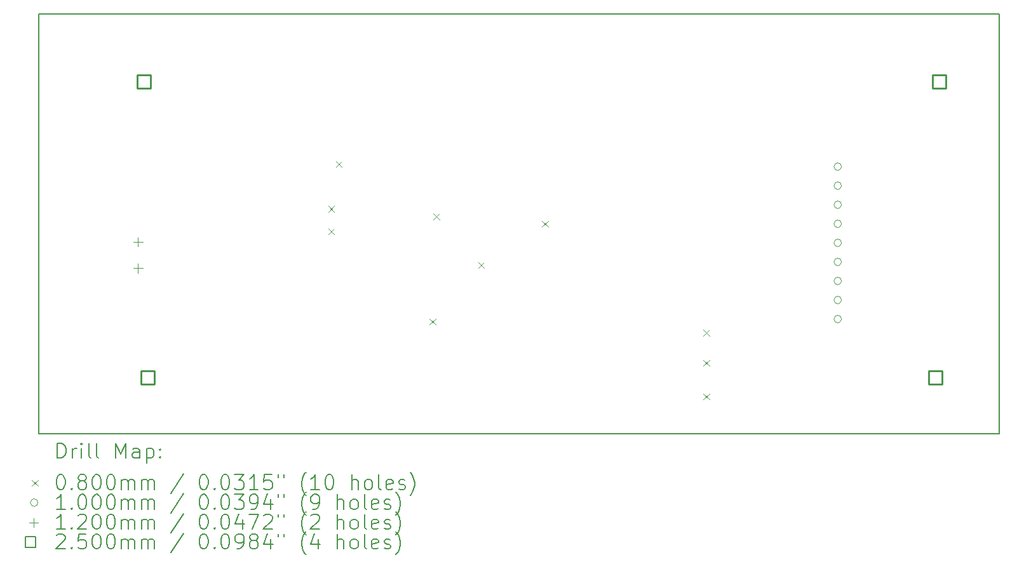
<source format=gbr>
%TF.GenerationSoftware,KiCad,Pcbnew,(6.0.8)*%
%TF.CreationDate,2022-11-11T09:00:03-08:00*%
%TF.ProjectId,max31856_board,6d617833-3138-4353-965f-626f6172642e,rev?*%
%TF.SameCoordinates,Original*%
%TF.FileFunction,Drillmap*%
%TF.FilePolarity,Positive*%
%FSLAX45Y45*%
G04 Gerber Fmt 4.5, Leading zero omitted, Abs format (unit mm)*
G04 Created by KiCad (PCBNEW (6.0.8)) date 2022-11-11 09:00:03*
%MOMM*%
%LPD*%
G01*
G04 APERTURE LIST*
%ADD10C,0.200000*%
%ADD11C,0.080000*%
%ADD12C,0.100000*%
%ADD13C,0.120000*%
%ADD14C,0.250000*%
G04 APERTURE END LIST*
D10*
X8250000Y-6000000D02*
X21050000Y-6000000D01*
X21050000Y-6000000D02*
X21050000Y-11600000D01*
X21050000Y-11600000D02*
X8250000Y-11600000D01*
X8250000Y-11600000D02*
X8250000Y-6000000D01*
D11*
X12110000Y-8560000D02*
X12190000Y-8640000D01*
X12190000Y-8560000D02*
X12110000Y-8640000D01*
X12110000Y-8860000D02*
X12190000Y-8940000D01*
X12190000Y-8860000D02*
X12110000Y-8940000D01*
X12210000Y-7960000D02*
X12290000Y-8040000D01*
X12290000Y-7960000D02*
X12210000Y-8040000D01*
X13460000Y-10060000D02*
X13540000Y-10140000D01*
X13540000Y-10060000D02*
X13460000Y-10140000D01*
X13510000Y-8660000D02*
X13590000Y-8740000D01*
X13590000Y-8660000D02*
X13510000Y-8740000D01*
X14110000Y-9310000D02*
X14190000Y-9390000D01*
X14190000Y-9310000D02*
X14110000Y-9390000D01*
X14960000Y-8760000D02*
X15040000Y-8840000D01*
X15040000Y-8760000D02*
X14960000Y-8840000D01*
X17110000Y-10210000D02*
X17190000Y-10290000D01*
X17190000Y-10210000D02*
X17110000Y-10290000D01*
X17110000Y-10610000D02*
X17190000Y-10690000D01*
X17190000Y-10610000D02*
X17110000Y-10690000D01*
X17110000Y-11060000D02*
X17190000Y-11140000D01*
X17190000Y-11060000D02*
X17110000Y-11140000D01*
D12*
X18950000Y-8035000D02*
G75*
G03*
X18950000Y-8035000I-50000J0D01*
G01*
X18950000Y-8289000D02*
G75*
G03*
X18950000Y-8289000I-50000J0D01*
G01*
X18950000Y-8543000D02*
G75*
G03*
X18950000Y-8543000I-50000J0D01*
G01*
X18950000Y-8797000D02*
G75*
G03*
X18950000Y-8797000I-50000J0D01*
G01*
X18950000Y-9051000D02*
G75*
G03*
X18950000Y-9051000I-50000J0D01*
G01*
X18950000Y-9305000D02*
G75*
G03*
X18950000Y-9305000I-50000J0D01*
G01*
X18950000Y-9559000D02*
G75*
G03*
X18950000Y-9559000I-50000J0D01*
G01*
X18950000Y-9813000D02*
G75*
G03*
X18950000Y-9813000I-50000J0D01*
G01*
X18950000Y-10067000D02*
G75*
G03*
X18950000Y-10067000I-50000J0D01*
G01*
D13*
X9575000Y-8980000D02*
X9575000Y-9100000D01*
X9515000Y-9040000D02*
X9635000Y-9040000D01*
X9575000Y-9330000D02*
X9575000Y-9450000D01*
X9515000Y-9390000D02*
X9635000Y-9390000D01*
D14*
X9738389Y-6988389D02*
X9738389Y-6811611D01*
X9561611Y-6811611D01*
X9561611Y-6988389D01*
X9738389Y-6988389D01*
X9788389Y-10938389D02*
X9788389Y-10761611D01*
X9611611Y-10761611D01*
X9611611Y-10938389D01*
X9788389Y-10938389D01*
X20288389Y-10938389D02*
X20288389Y-10761611D01*
X20111611Y-10761611D01*
X20111611Y-10938389D01*
X20288389Y-10938389D01*
X20338389Y-6988389D02*
X20338389Y-6811611D01*
X20161611Y-6811611D01*
X20161611Y-6988389D01*
X20338389Y-6988389D01*
D10*
X8497619Y-11920476D02*
X8497619Y-11720476D01*
X8545238Y-11720476D01*
X8573810Y-11730000D01*
X8592857Y-11749048D01*
X8602381Y-11768095D01*
X8611905Y-11806190D01*
X8611905Y-11834762D01*
X8602381Y-11872857D01*
X8592857Y-11891905D01*
X8573810Y-11910952D01*
X8545238Y-11920476D01*
X8497619Y-11920476D01*
X8697619Y-11920476D02*
X8697619Y-11787143D01*
X8697619Y-11825238D02*
X8707143Y-11806190D01*
X8716667Y-11796667D01*
X8735714Y-11787143D01*
X8754762Y-11787143D01*
X8821429Y-11920476D02*
X8821429Y-11787143D01*
X8821429Y-11720476D02*
X8811905Y-11730000D01*
X8821429Y-11739524D01*
X8830952Y-11730000D01*
X8821429Y-11720476D01*
X8821429Y-11739524D01*
X8945238Y-11920476D02*
X8926190Y-11910952D01*
X8916667Y-11891905D01*
X8916667Y-11720476D01*
X9050000Y-11920476D02*
X9030952Y-11910952D01*
X9021429Y-11891905D01*
X9021429Y-11720476D01*
X9278571Y-11920476D02*
X9278571Y-11720476D01*
X9345238Y-11863333D01*
X9411905Y-11720476D01*
X9411905Y-11920476D01*
X9592857Y-11920476D02*
X9592857Y-11815714D01*
X9583333Y-11796667D01*
X9564286Y-11787143D01*
X9526190Y-11787143D01*
X9507143Y-11796667D01*
X9592857Y-11910952D02*
X9573810Y-11920476D01*
X9526190Y-11920476D01*
X9507143Y-11910952D01*
X9497619Y-11891905D01*
X9497619Y-11872857D01*
X9507143Y-11853809D01*
X9526190Y-11844286D01*
X9573810Y-11844286D01*
X9592857Y-11834762D01*
X9688095Y-11787143D02*
X9688095Y-11987143D01*
X9688095Y-11796667D02*
X9707143Y-11787143D01*
X9745238Y-11787143D01*
X9764286Y-11796667D01*
X9773810Y-11806190D01*
X9783333Y-11825238D01*
X9783333Y-11882381D01*
X9773810Y-11901428D01*
X9764286Y-11910952D01*
X9745238Y-11920476D01*
X9707143Y-11920476D01*
X9688095Y-11910952D01*
X9869048Y-11901428D02*
X9878571Y-11910952D01*
X9869048Y-11920476D01*
X9859524Y-11910952D01*
X9869048Y-11901428D01*
X9869048Y-11920476D01*
X9869048Y-11796667D02*
X9878571Y-11806190D01*
X9869048Y-11815714D01*
X9859524Y-11806190D01*
X9869048Y-11796667D01*
X9869048Y-11815714D01*
D11*
X8160000Y-12210000D02*
X8240000Y-12290000D01*
X8240000Y-12210000D02*
X8160000Y-12290000D01*
D10*
X8535714Y-12140476D02*
X8554762Y-12140476D01*
X8573810Y-12150000D01*
X8583333Y-12159524D01*
X8592857Y-12178571D01*
X8602381Y-12216667D01*
X8602381Y-12264286D01*
X8592857Y-12302381D01*
X8583333Y-12321428D01*
X8573810Y-12330952D01*
X8554762Y-12340476D01*
X8535714Y-12340476D01*
X8516667Y-12330952D01*
X8507143Y-12321428D01*
X8497619Y-12302381D01*
X8488095Y-12264286D01*
X8488095Y-12216667D01*
X8497619Y-12178571D01*
X8507143Y-12159524D01*
X8516667Y-12150000D01*
X8535714Y-12140476D01*
X8688095Y-12321428D02*
X8697619Y-12330952D01*
X8688095Y-12340476D01*
X8678571Y-12330952D01*
X8688095Y-12321428D01*
X8688095Y-12340476D01*
X8811905Y-12226190D02*
X8792857Y-12216667D01*
X8783333Y-12207143D01*
X8773810Y-12188095D01*
X8773810Y-12178571D01*
X8783333Y-12159524D01*
X8792857Y-12150000D01*
X8811905Y-12140476D01*
X8850000Y-12140476D01*
X8869048Y-12150000D01*
X8878571Y-12159524D01*
X8888095Y-12178571D01*
X8888095Y-12188095D01*
X8878571Y-12207143D01*
X8869048Y-12216667D01*
X8850000Y-12226190D01*
X8811905Y-12226190D01*
X8792857Y-12235714D01*
X8783333Y-12245238D01*
X8773810Y-12264286D01*
X8773810Y-12302381D01*
X8783333Y-12321428D01*
X8792857Y-12330952D01*
X8811905Y-12340476D01*
X8850000Y-12340476D01*
X8869048Y-12330952D01*
X8878571Y-12321428D01*
X8888095Y-12302381D01*
X8888095Y-12264286D01*
X8878571Y-12245238D01*
X8869048Y-12235714D01*
X8850000Y-12226190D01*
X9011905Y-12140476D02*
X9030952Y-12140476D01*
X9050000Y-12150000D01*
X9059524Y-12159524D01*
X9069048Y-12178571D01*
X9078571Y-12216667D01*
X9078571Y-12264286D01*
X9069048Y-12302381D01*
X9059524Y-12321428D01*
X9050000Y-12330952D01*
X9030952Y-12340476D01*
X9011905Y-12340476D01*
X8992857Y-12330952D01*
X8983333Y-12321428D01*
X8973810Y-12302381D01*
X8964286Y-12264286D01*
X8964286Y-12216667D01*
X8973810Y-12178571D01*
X8983333Y-12159524D01*
X8992857Y-12150000D01*
X9011905Y-12140476D01*
X9202381Y-12140476D02*
X9221429Y-12140476D01*
X9240476Y-12150000D01*
X9250000Y-12159524D01*
X9259524Y-12178571D01*
X9269048Y-12216667D01*
X9269048Y-12264286D01*
X9259524Y-12302381D01*
X9250000Y-12321428D01*
X9240476Y-12330952D01*
X9221429Y-12340476D01*
X9202381Y-12340476D01*
X9183333Y-12330952D01*
X9173810Y-12321428D01*
X9164286Y-12302381D01*
X9154762Y-12264286D01*
X9154762Y-12216667D01*
X9164286Y-12178571D01*
X9173810Y-12159524D01*
X9183333Y-12150000D01*
X9202381Y-12140476D01*
X9354762Y-12340476D02*
X9354762Y-12207143D01*
X9354762Y-12226190D02*
X9364286Y-12216667D01*
X9383333Y-12207143D01*
X9411905Y-12207143D01*
X9430952Y-12216667D01*
X9440476Y-12235714D01*
X9440476Y-12340476D01*
X9440476Y-12235714D02*
X9450000Y-12216667D01*
X9469048Y-12207143D01*
X9497619Y-12207143D01*
X9516667Y-12216667D01*
X9526190Y-12235714D01*
X9526190Y-12340476D01*
X9621429Y-12340476D02*
X9621429Y-12207143D01*
X9621429Y-12226190D02*
X9630952Y-12216667D01*
X9650000Y-12207143D01*
X9678571Y-12207143D01*
X9697619Y-12216667D01*
X9707143Y-12235714D01*
X9707143Y-12340476D01*
X9707143Y-12235714D02*
X9716667Y-12216667D01*
X9735714Y-12207143D01*
X9764286Y-12207143D01*
X9783333Y-12216667D01*
X9792857Y-12235714D01*
X9792857Y-12340476D01*
X10183333Y-12130952D02*
X10011905Y-12388095D01*
X10440476Y-12140476D02*
X10459524Y-12140476D01*
X10478571Y-12150000D01*
X10488095Y-12159524D01*
X10497619Y-12178571D01*
X10507143Y-12216667D01*
X10507143Y-12264286D01*
X10497619Y-12302381D01*
X10488095Y-12321428D01*
X10478571Y-12330952D01*
X10459524Y-12340476D01*
X10440476Y-12340476D01*
X10421429Y-12330952D01*
X10411905Y-12321428D01*
X10402381Y-12302381D01*
X10392857Y-12264286D01*
X10392857Y-12216667D01*
X10402381Y-12178571D01*
X10411905Y-12159524D01*
X10421429Y-12150000D01*
X10440476Y-12140476D01*
X10592857Y-12321428D02*
X10602381Y-12330952D01*
X10592857Y-12340476D01*
X10583333Y-12330952D01*
X10592857Y-12321428D01*
X10592857Y-12340476D01*
X10726190Y-12140476D02*
X10745238Y-12140476D01*
X10764286Y-12150000D01*
X10773810Y-12159524D01*
X10783333Y-12178571D01*
X10792857Y-12216667D01*
X10792857Y-12264286D01*
X10783333Y-12302381D01*
X10773810Y-12321428D01*
X10764286Y-12330952D01*
X10745238Y-12340476D01*
X10726190Y-12340476D01*
X10707143Y-12330952D01*
X10697619Y-12321428D01*
X10688095Y-12302381D01*
X10678571Y-12264286D01*
X10678571Y-12216667D01*
X10688095Y-12178571D01*
X10697619Y-12159524D01*
X10707143Y-12150000D01*
X10726190Y-12140476D01*
X10859524Y-12140476D02*
X10983333Y-12140476D01*
X10916667Y-12216667D01*
X10945238Y-12216667D01*
X10964286Y-12226190D01*
X10973810Y-12235714D01*
X10983333Y-12254762D01*
X10983333Y-12302381D01*
X10973810Y-12321428D01*
X10964286Y-12330952D01*
X10945238Y-12340476D01*
X10888095Y-12340476D01*
X10869048Y-12330952D01*
X10859524Y-12321428D01*
X11173810Y-12340476D02*
X11059524Y-12340476D01*
X11116667Y-12340476D02*
X11116667Y-12140476D01*
X11097619Y-12169048D01*
X11078571Y-12188095D01*
X11059524Y-12197619D01*
X11354762Y-12140476D02*
X11259524Y-12140476D01*
X11250000Y-12235714D01*
X11259524Y-12226190D01*
X11278571Y-12216667D01*
X11326190Y-12216667D01*
X11345238Y-12226190D01*
X11354762Y-12235714D01*
X11364286Y-12254762D01*
X11364286Y-12302381D01*
X11354762Y-12321428D01*
X11345238Y-12330952D01*
X11326190Y-12340476D01*
X11278571Y-12340476D01*
X11259524Y-12330952D01*
X11250000Y-12321428D01*
X11440476Y-12140476D02*
X11440476Y-12178571D01*
X11516667Y-12140476D02*
X11516667Y-12178571D01*
X11811905Y-12416667D02*
X11802381Y-12407143D01*
X11783333Y-12378571D01*
X11773809Y-12359524D01*
X11764286Y-12330952D01*
X11754762Y-12283333D01*
X11754762Y-12245238D01*
X11764286Y-12197619D01*
X11773809Y-12169048D01*
X11783333Y-12150000D01*
X11802381Y-12121428D01*
X11811905Y-12111905D01*
X11992857Y-12340476D02*
X11878571Y-12340476D01*
X11935714Y-12340476D02*
X11935714Y-12140476D01*
X11916667Y-12169048D01*
X11897619Y-12188095D01*
X11878571Y-12197619D01*
X12116667Y-12140476D02*
X12135714Y-12140476D01*
X12154762Y-12150000D01*
X12164286Y-12159524D01*
X12173809Y-12178571D01*
X12183333Y-12216667D01*
X12183333Y-12264286D01*
X12173809Y-12302381D01*
X12164286Y-12321428D01*
X12154762Y-12330952D01*
X12135714Y-12340476D01*
X12116667Y-12340476D01*
X12097619Y-12330952D01*
X12088095Y-12321428D01*
X12078571Y-12302381D01*
X12069048Y-12264286D01*
X12069048Y-12216667D01*
X12078571Y-12178571D01*
X12088095Y-12159524D01*
X12097619Y-12150000D01*
X12116667Y-12140476D01*
X12421428Y-12340476D02*
X12421428Y-12140476D01*
X12507143Y-12340476D02*
X12507143Y-12235714D01*
X12497619Y-12216667D01*
X12478571Y-12207143D01*
X12450000Y-12207143D01*
X12430952Y-12216667D01*
X12421428Y-12226190D01*
X12630952Y-12340476D02*
X12611905Y-12330952D01*
X12602381Y-12321428D01*
X12592857Y-12302381D01*
X12592857Y-12245238D01*
X12602381Y-12226190D01*
X12611905Y-12216667D01*
X12630952Y-12207143D01*
X12659524Y-12207143D01*
X12678571Y-12216667D01*
X12688095Y-12226190D01*
X12697619Y-12245238D01*
X12697619Y-12302381D01*
X12688095Y-12321428D01*
X12678571Y-12330952D01*
X12659524Y-12340476D01*
X12630952Y-12340476D01*
X12811905Y-12340476D02*
X12792857Y-12330952D01*
X12783333Y-12311905D01*
X12783333Y-12140476D01*
X12964286Y-12330952D02*
X12945238Y-12340476D01*
X12907143Y-12340476D01*
X12888095Y-12330952D01*
X12878571Y-12311905D01*
X12878571Y-12235714D01*
X12888095Y-12216667D01*
X12907143Y-12207143D01*
X12945238Y-12207143D01*
X12964286Y-12216667D01*
X12973809Y-12235714D01*
X12973809Y-12254762D01*
X12878571Y-12273809D01*
X13050000Y-12330952D02*
X13069048Y-12340476D01*
X13107143Y-12340476D01*
X13126190Y-12330952D01*
X13135714Y-12311905D01*
X13135714Y-12302381D01*
X13126190Y-12283333D01*
X13107143Y-12273809D01*
X13078571Y-12273809D01*
X13059524Y-12264286D01*
X13050000Y-12245238D01*
X13050000Y-12235714D01*
X13059524Y-12216667D01*
X13078571Y-12207143D01*
X13107143Y-12207143D01*
X13126190Y-12216667D01*
X13202381Y-12416667D02*
X13211905Y-12407143D01*
X13230952Y-12378571D01*
X13240476Y-12359524D01*
X13250000Y-12330952D01*
X13259524Y-12283333D01*
X13259524Y-12245238D01*
X13250000Y-12197619D01*
X13240476Y-12169048D01*
X13230952Y-12150000D01*
X13211905Y-12121428D01*
X13202381Y-12111905D01*
D12*
X8240000Y-12514000D02*
G75*
G03*
X8240000Y-12514000I-50000J0D01*
G01*
D10*
X8602381Y-12604476D02*
X8488095Y-12604476D01*
X8545238Y-12604476D02*
X8545238Y-12404476D01*
X8526190Y-12433048D01*
X8507143Y-12452095D01*
X8488095Y-12461619D01*
X8688095Y-12585428D02*
X8697619Y-12594952D01*
X8688095Y-12604476D01*
X8678571Y-12594952D01*
X8688095Y-12585428D01*
X8688095Y-12604476D01*
X8821429Y-12404476D02*
X8840476Y-12404476D01*
X8859524Y-12414000D01*
X8869048Y-12423524D01*
X8878571Y-12442571D01*
X8888095Y-12480667D01*
X8888095Y-12528286D01*
X8878571Y-12566381D01*
X8869048Y-12585428D01*
X8859524Y-12594952D01*
X8840476Y-12604476D01*
X8821429Y-12604476D01*
X8802381Y-12594952D01*
X8792857Y-12585428D01*
X8783333Y-12566381D01*
X8773810Y-12528286D01*
X8773810Y-12480667D01*
X8783333Y-12442571D01*
X8792857Y-12423524D01*
X8802381Y-12414000D01*
X8821429Y-12404476D01*
X9011905Y-12404476D02*
X9030952Y-12404476D01*
X9050000Y-12414000D01*
X9059524Y-12423524D01*
X9069048Y-12442571D01*
X9078571Y-12480667D01*
X9078571Y-12528286D01*
X9069048Y-12566381D01*
X9059524Y-12585428D01*
X9050000Y-12594952D01*
X9030952Y-12604476D01*
X9011905Y-12604476D01*
X8992857Y-12594952D01*
X8983333Y-12585428D01*
X8973810Y-12566381D01*
X8964286Y-12528286D01*
X8964286Y-12480667D01*
X8973810Y-12442571D01*
X8983333Y-12423524D01*
X8992857Y-12414000D01*
X9011905Y-12404476D01*
X9202381Y-12404476D02*
X9221429Y-12404476D01*
X9240476Y-12414000D01*
X9250000Y-12423524D01*
X9259524Y-12442571D01*
X9269048Y-12480667D01*
X9269048Y-12528286D01*
X9259524Y-12566381D01*
X9250000Y-12585428D01*
X9240476Y-12594952D01*
X9221429Y-12604476D01*
X9202381Y-12604476D01*
X9183333Y-12594952D01*
X9173810Y-12585428D01*
X9164286Y-12566381D01*
X9154762Y-12528286D01*
X9154762Y-12480667D01*
X9164286Y-12442571D01*
X9173810Y-12423524D01*
X9183333Y-12414000D01*
X9202381Y-12404476D01*
X9354762Y-12604476D02*
X9354762Y-12471143D01*
X9354762Y-12490190D02*
X9364286Y-12480667D01*
X9383333Y-12471143D01*
X9411905Y-12471143D01*
X9430952Y-12480667D01*
X9440476Y-12499714D01*
X9440476Y-12604476D01*
X9440476Y-12499714D02*
X9450000Y-12480667D01*
X9469048Y-12471143D01*
X9497619Y-12471143D01*
X9516667Y-12480667D01*
X9526190Y-12499714D01*
X9526190Y-12604476D01*
X9621429Y-12604476D02*
X9621429Y-12471143D01*
X9621429Y-12490190D02*
X9630952Y-12480667D01*
X9650000Y-12471143D01*
X9678571Y-12471143D01*
X9697619Y-12480667D01*
X9707143Y-12499714D01*
X9707143Y-12604476D01*
X9707143Y-12499714D02*
X9716667Y-12480667D01*
X9735714Y-12471143D01*
X9764286Y-12471143D01*
X9783333Y-12480667D01*
X9792857Y-12499714D01*
X9792857Y-12604476D01*
X10183333Y-12394952D02*
X10011905Y-12652095D01*
X10440476Y-12404476D02*
X10459524Y-12404476D01*
X10478571Y-12414000D01*
X10488095Y-12423524D01*
X10497619Y-12442571D01*
X10507143Y-12480667D01*
X10507143Y-12528286D01*
X10497619Y-12566381D01*
X10488095Y-12585428D01*
X10478571Y-12594952D01*
X10459524Y-12604476D01*
X10440476Y-12604476D01*
X10421429Y-12594952D01*
X10411905Y-12585428D01*
X10402381Y-12566381D01*
X10392857Y-12528286D01*
X10392857Y-12480667D01*
X10402381Y-12442571D01*
X10411905Y-12423524D01*
X10421429Y-12414000D01*
X10440476Y-12404476D01*
X10592857Y-12585428D02*
X10602381Y-12594952D01*
X10592857Y-12604476D01*
X10583333Y-12594952D01*
X10592857Y-12585428D01*
X10592857Y-12604476D01*
X10726190Y-12404476D02*
X10745238Y-12404476D01*
X10764286Y-12414000D01*
X10773810Y-12423524D01*
X10783333Y-12442571D01*
X10792857Y-12480667D01*
X10792857Y-12528286D01*
X10783333Y-12566381D01*
X10773810Y-12585428D01*
X10764286Y-12594952D01*
X10745238Y-12604476D01*
X10726190Y-12604476D01*
X10707143Y-12594952D01*
X10697619Y-12585428D01*
X10688095Y-12566381D01*
X10678571Y-12528286D01*
X10678571Y-12480667D01*
X10688095Y-12442571D01*
X10697619Y-12423524D01*
X10707143Y-12414000D01*
X10726190Y-12404476D01*
X10859524Y-12404476D02*
X10983333Y-12404476D01*
X10916667Y-12480667D01*
X10945238Y-12480667D01*
X10964286Y-12490190D01*
X10973810Y-12499714D01*
X10983333Y-12518762D01*
X10983333Y-12566381D01*
X10973810Y-12585428D01*
X10964286Y-12594952D01*
X10945238Y-12604476D01*
X10888095Y-12604476D01*
X10869048Y-12594952D01*
X10859524Y-12585428D01*
X11078571Y-12604476D02*
X11116667Y-12604476D01*
X11135714Y-12594952D01*
X11145238Y-12585428D01*
X11164286Y-12556857D01*
X11173810Y-12518762D01*
X11173810Y-12442571D01*
X11164286Y-12423524D01*
X11154762Y-12414000D01*
X11135714Y-12404476D01*
X11097619Y-12404476D01*
X11078571Y-12414000D01*
X11069048Y-12423524D01*
X11059524Y-12442571D01*
X11059524Y-12490190D01*
X11069048Y-12509238D01*
X11078571Y-12518762D01*
X11097619Y-12528286D01*
X11135714Y-12528286D01*
X11154762Y-12518762D01*
X11164286Y-12509238D01*
X11173810Y-12490190D01*
X11345238Y-12471143D02*
X11345238Y-12604476D01*
X11297619Y-12394952D02*
X11250000Y-12537809D01*
X11373809Y-12537809D01*
X11440476Y-12404476D02*
X11440476Y-12442571D01*
X11516667Y-12404476D02*
X11516667Y-12442571D01*
X11811905Y-12680667D02*
X11802381Y-12671143D01*
X11783333Y-12642571D01*
X11773809Y-12623524D01*
X11764286Y-12594952D01*
X11754762Y-12547333D01*
X11754762Y-12509238D01*
X11764286Y-12461619D01*
X11773809Y-12433048D01*
X11783333Y-12414000D01*
X11802381Y-12385428D01*
X11811905Y-12375905D01*
X11897619Y-12604476D02*
X11935714Y-12604476D01*
X11954762Y-12594952D01*
X11964286Y-12585428D01*
X11983333Y-12556857D01*
X11992857Y-12518762D01*
X11992857Y-12442571D01*
X11983333Y-12423524D01*
X11973809Y-12414000D01*
X11954762Y-12404476D01*
X11916667Y-12404476D01*
X11897619Y-12414000D01*
X11888095Y-12423524D01*
X11878571Y-12442571D01*
X11878571Y-12490190D01*
X11888095Y-12509238D01*
X11897619Y-12518762D01*
X11916667Y-12528286D01*
X11954762Y-12528286D01*
X11973809Y-12518762D01*
X11983333Y-12509238D01*
X11992857Y-12490190D01*
X12230952Y-12604476D02*
X12230952Y-12404476D01*
X12316667Y-12604476D02*
X12316667Y-12499714D01*
X12307143Y-12480667D01*
X12288095Y-12471143D01*
X12259524Y-12471143D01*
X12240476Y-12480667D01*
X12230952Y-12490190D01*
X12440476Y-12604476D02*
X12421428Y-12594952D01*
X12411905Y-12585428D01*
X12402381Y-12566381D01*
X12402381Y-12509238D01*
X12411905Y-12490190D01*
X12421428Y-12480667D01*
X12440476Y-12471143D01*
X12469048Y-12471143D01*
X12488095Y-12480667D01*
X12497619Y-12490190D01*
X12507143Y-12509238D01*
X12507143Y-12566381D01*
X12497619Y-12585428D01*
X12488095Y-12594952D01*
X12469048Y-12604476D01*
X12440476Y-12604476D01*
X12621428Y-12604476D02*
X12602381Y-12594952D01*
X12592857Y-12575905D01*
X12592857Y-12404476D01*
X12773809Y-12594952D02*
X12754762Y-12604476D01*
X12716667Y-12604476D01*
X12697619Y-12594952D01*
X12688095Y-12575905D01*
X12688095Y-12499714D01*
X12697619Y-12480667D01*
X12716667Y-12471143D01*
X12754762Y-12471143D01*
X12773809Y-12480667D01*
X12783333Y-12499714D01*
X12783333Y-12518762D01*
X12688095Y-12537809D01*
X12859524Y-12594952D02*
X12878571Y-12604476D01*
X12916667Y-12604476D01*
X12935714Y-12594952D01*
X12945238Y-12575905D01*
X12945238Y-12566381D01*
X12935714Y-12547333D01*
X12916667Y-12537809D01*
X12888095Y-12537809D01*
X12869048Y-12528286D01*
X12859524Y-12509238D01*
X12859524Y-12499714D01*
X12869048Y-12480667D01*
X12888095Y-12471143D01*
X12916667Y-12471143D01*
X12935714Y-12480667D01*
X13011905Y-12680667D02*
X13021428Y-12671143D01*
X13040476Y-12642571D01*
X13050000Y-12623524D01*
X13059524Y-12594952D01*
X13069048Y-12547333D01*
X13069048Y-12509238D01*
X13059524Y-12461619D01*
X13050000Y-12433048D01*
X13040476Y-12414000D01*
X13021428Y-12385428D01*
X13011905Y-12375905D01*
D13*
X8180000Y-12718000D02*
X8180000Y-12838000D01*
X8120000Y-12778000D02*
X8240000Y-12778000D01*
D10*
X8602381Y-12868476D02*
X8488095Y-12868476D01*
X8545238Y-12868476D02*
X8545238Y-12668476D01*
X8526190Y-12697048D01*
X8507143Y-12716095D01*
X8488095Y-12725619D01*
X8688095Y-12849428D02*
X8697619Y-12858952D01*
X8688095Y-12868476D01*
X8678571Y-12858952D01*
X8688095Y-12849428D01*
X8688095Y-12868476D01*
X8773810Y-12687524D02*
X8783333Y-12678000D01*
X8802381Y-12668476D01*
X8850000Y-12668476D01*
X8869048Y-12678000D01*
X8878571Y-12687524D01*
X8888095Y-12706571D01*
X8888095Y-12725619D01*
X8878571Y-12754190D01*
X8764286Y-12868476D01*
X8888095Y-12868476D01*
X9011905Y-12668476D02*
X9030952Y-12668476D01*
X9050000Y-12678000D01*
X9059524Y-12687524D01*
X9069048Y-12706571D01*
X9078571Y-12744667D01*
X9078571Y-12792286D01*
X9069048Y-12830381D01*
X9059524Y-12849428D01*
X9050000Y-12858952D01*
X9030952Y-12868476D01*
X9011905Y-12868476D01*
X8992857Y-12858952D01*
X8983333Y-12849428D01*
X8973810Y-12830381D01*
X8964286Y-12792286D01*
X8964286Y-12744667D01*
X8973810Y-12706571D01*
X8983333Y-12687524D01*
X8992857Y-12678000D01*
X9011905Y-12668476D01*
X9202381Y-12668476D02*
X9221429Y-12668476D01*
X9240476Y-12678000D01*
X9250000Y-12687524D01*
X9259524Y-12706571D01*
X9269048Y-12744667D01*
X9269048Y-12792286D01*
X9259524Y-12830381D01*
X9250000Y-12849428D01*
X9240476Y-12858952D01*
X9221429Y-12868476D01*
X9202381Y-12868476D01*
X9183333Y-12858952D01*
X9173810Y-12849428D01*
X9164286Y-12830381D01*
X9154762Y-12792286D01*
X9154762Y-12744667D01*
X9164286Y-12706571D01*
X9173810Y-12687524D01*
X9183333Y-12678000D01*
X9202381Y-12668476D01*
X9354762Y-12868476D02*
X9354762Y-12735143D01*
X9354762Y-12754190D02*
X9364286Y-12744667D01*
X9383333Y-12735143D01*
X9411905Y-12735143D01*
X9430952Y-12744667D01*
X9440476Y-12763714D01*
X9440476Y-12868476D01*
X9440476Y-12763714D02*
X9450000Y-12744667D01*
X9469048Y-12735143D01*
X9497619Y-12735143D01*
X9516667Y-12744667D01*
X9526190Y-12763714D01*
X9526190Y-12868476D01*
X9621429Y-12868476D02*
X9621429Y-12735143D01*
X9621429Y-12754190D02*
X9630952Y-12744667D01*
X9650000Y-12735143D01*
X9678571Y-12735143D01*
X9697619Y-12744667D01*
X9707143Y-12763714D01*
X9707143Y-12868476D01*
X9707143Y-12763714D02*
X9716667Y-12744667D01*
X9735714Y-12735143D01*
X9764286Y-12735143D01*
X9783333Y-12744667D01*
X9792857Y-12763714D01*
X9792857Y-12868476D01*
X10183333Y-12658952D02*
X10011905Y-12916095D01*
X10440476Y-12668476D02*
X10459524Y-12668476D01*
X10478571Y-12678000D01*
X10488095Y-12687524D01*
X10497619Y-12706571D01*
X10507143Y-12744667D01*
X10507143Y-12792286D01*
X10497619Y-12830381D01*
X10488095Y-12849428D01*
X10478571Y-12858952D01*
X10459524Y-12868476D01*
X10440476Y-12868476D01*
X10421429Y-12858952D01*
X10411905Y-12849428D01*
X10402381Y-12830381D01*
X10392857Y-12792286D01*
X10392857Y-12744667D01*
X10402381Y-12706571D01*
X10411905Y-12687524D01*
X10421429Y-12678000D01*
X10440476Y-12668476D01*
X10592857Y-12849428D02*
X10602381Y-12858952D01*
X10592857Y-12868476D01*
X10583333Y-12858952D01*
X10592857Y-12849428D01*
X10592857Y-12868476D01*
X10726190Y-12668476D02*
X10745238Y-12668476D01*
X10764286Y-12678000D01*
X10773810Y-12687524D01*
X10783333Y-12706571D01*
X10792857Y-12744667D01*
X10792857Y-12792286D01*
X10783333Y-12830381D01*
X10773810Y-12849428D01*
X10764286Y-12858952D01*
X10745238Y-12868476D01*
X10726190Y-12868476D01*
X10707143Y-12858952D01*
X10697619Y-12849428D01*
X10688095Y-12830381D01*
X10678571Y-12792286D01*
X10678571Y-12744667D01*
X10688095Y-12706571D01*
X10697619Y-12687524D01*
X10707143Y-12678000D01*
X10726190Y-12668476D01*
X10964286Y-12735143D02*
X10964286Y-12868476D01*
X10916667Y-12658952D02*
X10869048Y-12801809D01*
X10992857Y-12801809D01*
X11050000Y-12668476D02*
X11183333Y-12668476D01*
X11097619Y-12868476D01*
X11250000Y-12687524D02*
X11259524Y-12678000D01*
X11278571Y-12668476D01*
X11326190Y-12668476D01*
X11345238Y-12678000D01*
X11354762Y-12687524D01*
X11364286Y-12706571D01*
X11364286Y-12725619D01*
X11354762Y-12754190D01*
X11240476Y-12868476D01*
X11364286Y-12868476D01*
X11440476Y-12668476D02*
X11440476Y-12706571D01*
X11516667Y-12668476D02*
X11516667Y-12706571D01*
X11811905Y-12944667D02*
X11802381Y-12935143D01*
X11783333Y-12906571D01*
X11773809Y-12887524D01*
X11764286Y-12858952D01*
X11754762Y-12811333D01*
X11754762Y-12773238D01*
X11764286Y-12725619D01*
X11773809Y-12697048D01*
X11783333Y-12678000D01*
X11802381Y-12649428D01*
X11811905Y-12639905D01*
X11878571Y-12687524D02*
X11888095Y-12678000D01*
X11907143Y-12668476D01*
X11954762Y-12668476D01*
X11973809Y-12678000D01*
X11983333Y-12687524D01*
X11992857Y-12706571D01*
X11992857Y-12725619D01*
X11983333Y-12754190D01*
X11869048Y-12868476D01*
X11992857Y-12868476D01*
X12230952Y-12868476D02*
X12230952Y-12668476D01*
X12316667Y-12868476D02*
X12316667Y-12763714D01*
X12307143Y-12744667D01*
X12288095Y-12735143D01*
X12259524Y-12735143D01*
X12240476Y-12744667D01*
X12230952Y-12754190D01*
X12440476Y-12868476D02*
X12421428Y-12858952D01*
X12411905Y-12849428D01*
X12402381Y-12830381D01*
X12402381Y-12773238D01*
X12411905Y-12754190D01*
X12421428Y-12744667D01*
X12440476Y-12735143D01*
X12469048Y-12735143D01*
X12488095Y-12744667D01*
X12497619Y-12754190D01*
X12507143Y-12773238D01*
X12507143Y-12830381D01*
X12497619Y-12849428D01*
X12488095Y-12858952D01*
X12469048Y-12868476D01*
X12440476Y-12868476D01*
X12621428Y-12868476D02*
X12602381Y-12858952D01*
X12592857Y-12839905D01*
X12592857Y-12668476D01*
X12773809Y-12858952D02*
X12754762Y-12868476D01*
X12716667Y-12868476D01*
X12697619Y-12858952D01*
X12688095Y-12839905D01*
X12688095Y-12763714D01*
X12697619Y-12744667D01*
X12716667Y-12735143D01*
X12754762Y-12735143D01*
X12773809Y-12744667D01*
X12783333Y-12763714D01*
X12783333Y-12782762D01*
X12688095Y-12801809D01*
X12859524Y-12858952D02*
X12878571Y-12868476D01*
X12916667Y-12868476D01*
X12935714Y-12858952D01*
X12945238Y-12839905D01*
X12945238Y-12830381D01*
X12935714Y-12811333D01*
X12916667Y-12801809D01*
X12888095Y-12801809D01*
X12869048Y-12792286D01*
X12859524Y-12773238D01*
X12859524Y-12763714D01*
X12869048Y-12744667D01*
X12888095Y-12735143D01*
X12916667Y-12735143D01*
X12935714Y-12744667D01*
X13011905Y-12944667D02*
X13021428Y-12935143D01*
X13040476Y-12906571D01*
X13050000Y-12887524D01*
X13059524Y-12858952D01*
X13069048Y-12811333D01*
X13069048Y-12773238D01*
X13059524Y-12725619D01*
X13050000Y-12697048D01*
X13040476Y-12678000D01*
X13021428Y-12649428D01*
X13011905Y-12639905D01*
X8210711Y-13112711D02*
X8210711Y-12971289D01*
X8069289Y-12971289D01*
X8069289Y-13112711D01*
X8210711Y-13112711D01*
X8488095Y-12951524D02*
X8497619Y-12942000D01*
X8516667Y-12932476D01*
X8564286Y-12932476D01*
X8583333Y-12942000D01*
X8592857Y-12951524D01*
X8602381Y-12970571D01*
X8602381Y-12989619D01*
X8592857Y-13018190D01*
X8478571Y-13132476D01*
X8602381Y-13132476D01*
X8688095Y-13113428D02*
X8697619Y-13122952D01*
X8688095Y-13132476D01*
X8678571Y-13122952D01*
X8688095Y-13113428D01*
X8688095Y-13132476D01*
X8878571Y-12932476D02*
X8783333Y-12932476D01*
X8773810Y-13027714D01*
X8783333Y-13018190D01*
X8802381Y-13008667D01*
X8850000Y-13008667D01*
X8869048Y-13018190D01*
X8878571Y-13027714D01*
X8888095Y-13046762D01*
X8888095Y-13094381D01*
X8878571Y-13113428D01*
X8869048Y-13122952D01*
X8850000Y-13132476D01*
X8802381Y-13132476D01*
X8783333Y-13122952D01*
X8773810Y-13113428D01*
X9011905Y-12932476D02*
X9030952Y-12932476D01*
X9050000Y-12942000D01*
X9059524Y-12951524D01*
X9069048Y-12970571D01*
X9078571Y-13008667D01*
X9078571Y-13056286D01*
X9069048Y-13094381D01*
X9059524Y-13113428D01*
X9050000Y-13122952D01*
X9030952Y-13132476D01*
X9011905Y-13132476D01*
X8992857Y-13122952D01*
X8983333Y-13113428D01*
X8973810Y-13094381D01*
X8964286Y-13056286D01*
X8964286Y-13008667D01*
X8973810Y-12970571D01*
X8983333Y-12951524D01*
X8992857Y-12942000D01*
X9011905Y-12932476D01*
X9202381Y-12932476D02*
X9221429Y-12932476D01*
X9240476Y-12942000D01*
X9250000Y-12951524D01*
X9259524Y-12970571D01*
X9269048Y-13008667D01*
X9269048Y-13056286D01*
X9259524Y-13094381D01*
X9250000Y-13113428D01*
X9240476Y-13122952D01*
X9221429Y-13132476D01*
X9202381Y-13132476D01*
X9183333Y-13122952D01*
X9173810Y-13113428D01*
X9164286Y-13094381D01*
X9154762Y-13056286D01*
X9154762Y-13008667D01*
X9164286Y-12970571D01*
X9173810Y-12951524D01*
X9183333Y-12942000D01*
X9202381Y-12932476D01*
X9354762Y-13132476D02*
X9354762Y-12999143D01*
X9354762Y-13018190D02*
X9364286Y-13008667D01*
X9383333Y-12999143D01*
X9411905Y-12999143D01*
X9430952Y-13008667D01*
X9440476Y-13027714D01*
X9440476Y-13132476D01*
X9440476Y-13027714D02*
X9450000Y-13008667D01*
X9469048Y-12999143D01*
X9497619Y-12999143D01*
X9516667Y-13008667D01*
X9526190Y-13027714D01*
X9526190Y-13132476D01*
X9621429Y-13132476D02*
X9621429Y-12999143D01*
X9621429Y-13018190D02*
X9630952Y-13008667D01*
X9650000Y-12999143D01*
X9678571Y-12999143D01*
X9697619Y-13008667D01*
X9707143Y-13027714D01*
X9707143Y-13132476D01*
X9707143Y-13027714D02*
X9716667Y-13008667D01*
X9735714Y-12999143D01*
X9764286Y-12999143D01*
X9783333Y-13008667D01*
X9792857Y-13027714D01*
X9792857Y-13132476D01*
X10183333Y-12922952D02*
X10011905Y-13180095D01*
X10440476Y-12932476D02*
X10459524Y-12932476D01*
X10478571Y-12942000D01*
X10488095Y-12951524D01*
X10497619Y-12970571D01*
X10507143Y-13008667D01*
X10507143Y-13056286D01*
X10497619Y-13094381D01*
X10488095Y-13113428D01*
X10478571Y-13122952D01*
X10459524Y-13132476D01*
X10440476Y-13132476D01*
X10421429Y-13122952D01*
X10411905Y-13113428D01*
X10402381Y-13094381D01*
X10392857Y-13056286D01*
X10392857Y-13008667D01*
X10402381Y-12970571D01*
X10411905Y-12951524D01*
X10421429Y-12942000D01*
X10440476Y-12932476D01*
X10592857Y-13113428D02*
X10602381Y-13122952D01*
X10592857Y-13132476D01*
X10583333Y-13122952D01*
X10592857Y-13113428D01*
X10592857Y-13132476D01*
X10726190Y-12932476D02*
X10745238Y-12932476D01*
X10764286Y-12942000D01*
X10773810Y-12951524D01*
X10783333Y-12970571D01*
X10792857Y-13008667D01*
X10792857Y-13056286D01*
X10783333Y-13094381D01*
X10773810Y-13113428D01*
X10764286Y-13122952D01*
X10745238Y-13132476D01*
X10726190Y-13132476D01*
X10707143Y-13122952D01*
X10697619Y-13113428D01*
X10688095Y-13094381D01*
X10678571Y-13056286D01*
X10678571Y-13008667D01*
X10688095Y-12970571D01*
X10697619Y-12951524D01*
X10707143Y-12942000D01*
X10726190Y-12932476D01*
X10888095Y-13132476D02*
X10926190Y-13132476D01*
X10945238Y-13122952D01*
X10954762Y-13113428D01*
X10973810Y-13084857D01*
X10983333Y-13046762D01*
X10983333Y-12970571D01*
X10973810Y-12951524D01*
X10964286Y-12942000D01*
X10945238Y-12932476D01*
X10907143Y-12932476D01*
X10888095Y-12942000D01*
X10878571Y-12951524D01*
X10869048Y-12970571D01*
X10869048Y-13018190D01*
X10878571Y-13037238D01*
X10888095Y-13046762D01*
X10907143Y-13056286D01*
X10945238Y-13056286D01*
X10964286Y-13046762D01*
X10973810Y-13037238D01*
X10983333Y-13018190D01*
X11097619Y-13018190D02*
X11078571Y-13008667D01*
X11069048Y-12999143D01*
X11059524Y-12980095D01*
X11059524Y-12970571D01*
X11069048Y-12951524D01*
X11078571Y-12942000D01*
X11097619Y-12932476D01*
X11135714Y-12932476D01*
X11154762Y-12942000D01*
X11164286Y-12951524D01*
X11173810Y-12970571D01*
X11173810Y-12980095D01*
X11164286Y-12999143D01*
X11154762Y-13008667D01*
X11135714Y-13018190D01*
X11097619Y-13018190D01*
X11078571Y-13027714D01*
X11069048Y-13037238D01*
X11059524Y-13056286D01*
X11059524Y-13094381D01*
X11069048Y-13113428D01*
X11078571Y-13122952D01*
X11097619Y-13132476D01*
X11135714Y-13132476D01*
X11154762Y-13122952D01*
X11164286Y-13113428D01*
X11173810Y-13094381D01*
X11173810Y-13056286D01*
X11164286Y-13037238D01*
X11154762Y-13027714D01*
X11135714Y-13018190D01*
X11345238Y-12999143D02*
X11345238Y-13132476D01*
X11297619Y-12922952D02*
X11250000Y-13065809D01*
X11373809Y-13065809D01*
X11440476Y-12932476D02*
X11440476Y-12970571D01*
X11516667Y-12932476D02*
X11516667Y-12970571D01*
X11811905Y-13208667D02*
X11802381Y-13199143D01*
X11783333Y-13170571D01*
X11773809Y-13151524D01*
X11764286Y-13122952D01*
X11754762Y-13075333D01*
X11754762Y-13037238D01*
X11764286Y-12989619D01*
X11773809Y-12961048D01*
X11783333Y-12942000D01*
X11802381Y-12913428D01*
X11811905Y-12903905D01*
X11973809Y-12999143D02*
X11973809Y-13132476D01*
X11926190Y-12922952D02*
X11878571Y-13065809D01*
X12002381Y-13065809D01*
X12230952Y-13132476D02*
X12230952Y-12932476D01*
X12316667Y-13132476D02*
X12316667Y-13027714D01*
X12307143Y-13008667D01*
X12288095Y-12999143D01*
X12259524Y-12999143D01*
X12240476Y-13008667D01*
X12230952Y-13018190D01*
X12440476Y-13132476D02*
X12421428Y-13122952D01*
X12411905Y-13113428D01*
X12402381Y-13094381D01*
X12402381Y-13037238D01*
X12411905Y-13018190D01*
X12421428Y-13008667D01*
X12440476Y-12999143D01*
X12469048Y-12999143D01*
X12488095Y-13008667D01*
X12497619Y-13018190D01*
X12507143Y-13037238D01*
X12507143Y-13094381D01*
X12497619Y-13113428D01*
X12488095Y-13122952D01*
X12469048Y-13132476D01*
X12440476Y-13132476D01*
X12621428Y-13132476D02*
X12602381Y-13122952D01*
X12592857Y-13103905D01*
X12592857Y-12932476D01*
X12773809Y-13122952D02*
X12754762Y-13132476D01*
X12716667Y-13132476D01*
X12697619Y-13122952D01*
X12688095Y-13103905D01*
X12688095Y-13027714D01*
X12697619Y-13008667D01*
X12716667Y-12999143D01*
X12754762Y-12999143D01*
X12773809Y-13008667D01*
X12783333Y-13027714D01*
X12783333Y-13046762D01*
X12688095Y-13065809D01*
X12859524Y-13122952D02*
X12878571Y-13132476D01*
X12916667Y-13132476D01*
X12935714Y-13122952D01*
X12945238Y-13103905D01*
X12945238Y-13094381D01*
X12935714Y-13075333D01*
X12916667Y-13065809D01*
X12888095Y-13065809D01*
X12869048Y-13056286D01*
X12859524Y-13037238D01*
X12859524Y-13027714D01*
X12869048Y-13008667D01*
X12888095Y-12999143D01*
X12916667Y-12999143D01*
X12935714Y-13008667D01*
X13011905Y-13208667D02*
X13021428Y-13199143D01*
X13040476Y-13170571D01*
X13050000Y-13151524D01*
X13059524Y-13122952D01*
X13069048Y-13075333D01*
X13069048Y-13037238D01*
X13059524Y-12989619D01*
X13050000Y-12961048D01*
X13040476Y-12942000D01*
X13021428Y-12913428D01*
X13011905Y-12903905D01*
M02*

</source>
